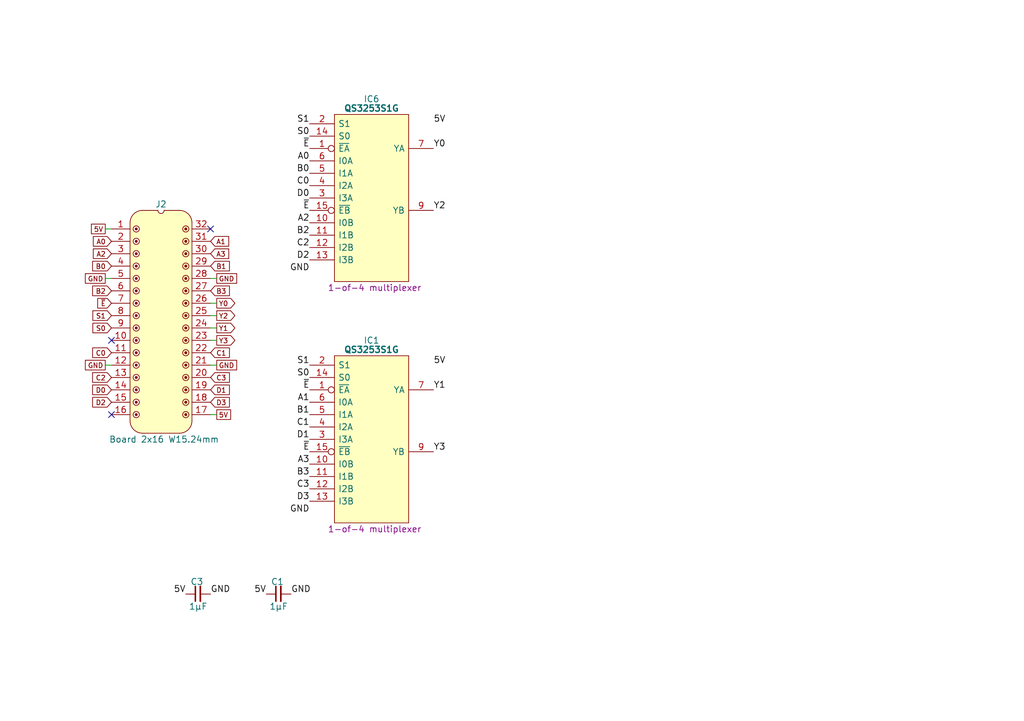
<source format=kicad_sch>
(kicad_sch (version 20250114) (generator "eeschema") (generator_version "9.0")
  (paper "A5")
  (title_block (title "Selector 1-of-4 4bit") (date "2024-03-10") (rev "V0"))
  (lib_symbols
    (symbol "HCP65:Board_02x16_W15.24mm" (pin_names (offset 1.016) (hide yes))
      (property "Reference" "J" (at 0 5.08 0))
      (property "Value" "Board 2x16 W15.24mm" (at 0.635 -43.18 0))
      (symbol "Board_02x16_W15.24mm_0_1"
        (polyline (pts (xy -6.35 1.27) (xy -6.35 -39.37)))
        (arc (start -3.8102 -41.9098) (mid -5.6063 -41.1659) (end -6.3502 -39.3698))
        (arc (start -6.35 1.27) (mid -5.6061 3.0661) (end -3.81 3.81))
        (polyline (pts (xy -3.81 3.81) (xy -0.635 3.81)))
        (arc (start 0.635 3.81) (mid 0 3.175) (end -0.635 3.81))
        (polyline (pts (xy 0.635 3.81) (xy 3.81 3.81)))
        (polyline (pts (xy 3.8098 -41.9098) (xy -3.81 -41.91)))
        (arc (start 3.81 3.81) (mid 5.6061 3.0661) (end 6.35 1.27))
        (arc (start 6.3498 -39.3698) (mid 5.6059 -41.1659) (end 3.8098 -41.9098))
        (polyline (pts (xy 6.35 -39.37) (xy 6.35 1.27)))
      )
      (symbol "Board_02x16_W15.24mm_1_1"
        (polyline (pts (xy -6.35 1.27) (xy -6.096 2.286) (xy -5.588 3.048) (xy -4.826 3.556) (xy -4.064 3.81) (xy -0.762 3.81) (xy -0.508 3.302) (xy 0 3.048) (xy 0 -41.91) (xy -3.81 -41.91) (xy -4.826 -41.656) (xy -5.588 -41.148) (xy -6.096 -40.386) (xy -6.35 -39.37) (xy -6.35 1.27)) (stroke (width -0.0001)) (fill (type background)))
        (circle (center -5.08 0) (radius 0.0001) (stroke (width 0.3)))
        (circle (center -5.08 0) (radius 0.635) (fill (type color) (color 255 255 255 1)))
        (circle (center -5.08 -2.54) (radius 0.0001) (stroke (width 0.3)))
        (circle (center -5.08 -2.54) (radius 0.635) (fill (type color) (color 255 255 255 1)))
        (circle (center -5.08 -5.08) (radius 0.0001) (stroke (width 0.3)))
        (circle (center -5.08 -5.08) (radius 0.635) (fill (type color) (color 255 255 255 1)))
        (circle (center -5.08 -7.62) (radius 0.0001) (stroke (width 0.3)))
        (circle (center -5.08 -7.62) (radius 0.635) (fill (type color) (color 255 255 255 1)))
        (circle (center -5.08 -10.16) (radius 0.0001) (stroke (width 0.3)))
        (circle (center -5.08 -10.16) (radius 0.635) (fill (type color) (color 255 255 255 1)))
        (circle (center -5.08 -12.7) (radius 0.0001) (stroke (width 0.3)))
        (circle (center -5.08 -12.7) (radius 0.635) (fill (type color) (color 255 255 255 1)))
        (circle (center -5.08 -15.24) (radius 0.0001) (stroke (width 0.3)))
        (circle (center -5.08 -15.24) (radius 0.635) (fill (type color) (color 255 255 255 1)))
        (circle (center -5.08 -17.78) (radius 0.0001) (stroke (width 0.3)))
        (circle (center -5.08 -17.78) (radius 0.635) (fill (type color) (color 255 255 255 1)))
        (circle (center -5.08 -20.32) (radius 0.0001) (stroke (width 0.3)))
        (circle (center -5.08 -20.32) (radius 0.635) (fill (type color) (color 255 255 255 1)))
        (circle (center -5.08 -22.86) (radius 0.0001) (stroke (width 0.3)))
        (circle (center -5.08 -22.86) (radius 0.635) (fill (type color) (color 255 255 255 1)))
        (circle (center -5.08 -25.4) (radius 0.0001) (stroke (width 0.3)))
        (circle (center -5.08 -25.4) (radius 0.635) (fill (type color) (color 255 255 255 1)))
        (circle (center -5.08 -27.94) (radius 0.0001) (stroke (width 0.3)))
        (circle (center -5.08 -27.94) (radius 0.635) (fill (type color) (color 255 255 255 1)))
        (circle (center -5.08 -30.48) (radius 0.0001) (stroke (width 0.3)))
        (circle (center -5.08 -30.48) (radius 0.635) (fill (type color) (color 255 255 255 1)))
        (circle (center -5.08 -33.02) (radius 0.0001) (stroke (width 0.3)))
        (circle (center -5.08 -33.02) (radius 0.635) (fill (type color) (color 255 255 255 1)))
        (circle (center -5.08 -35.56) (radius 0.0001) (stroke (width 0.3)))
        (circle (center -5.08 -35.56) (radius 0.635) (fill (type color) (color 255 255 255 1)))
        (circle (center -5.08 -38.1) (radius 0.0001) (stroke (width 0.3)))
        (circle (center -5.08 -38.1) (radius 0.635) (fill (type color) (color 255 255 255 1)))
        (circle (center 5.08 0) (radius 0.0001) (stroke (width 0.3)))
        (circle (center 5.08 0) (radius 0.635) (fill (type color) (color 255 255 255 1)))
        (circle (center 5.08 -2.54) (radius 0.0001) (stroke (width 0.3)))
        (circle (center 5.08 -2.54) (radius 0.635) (fill (type color) (color 255 255 255 1)))
        (circle (center 5.08 -5.08) (radius 0.0001) (stroke (width 0.3)))
        (circle (center 5.08 -5.08) (radius 0.635) (fill (type color) (color 255 255 255 1)))
        (circle (center 5.08 -7.62) (radius 0.0001) (stroke (width 0.3)))
        (circle (center 5.08 -7.62) (radius 0.635) (fill (type color) (color 255 255 255 1)))
        (circle (center 5.08 -10.16) (radius 0.0001) (stroke (width 0.3)))
        (circle (center 5.08 -10.16) (radius 0.635) (fill (type color) (color 255 255 255 1)))
        (circle (center 5.08 -12.7) (radius 0.0001) (stroke (width 0.3)))
        (circle (center 5.08 -12.7) (radius 0.635) (fill (type color) (color 255 255 255 1)))
        (circle (center 5.08 -15.24) (radius 0.0001) (stroke (width 0.3)))
        (circle (center 5.08 -15.24) (radius 0.635) (fill (type color) (color 255 255 255 1)))
        (circle (center 5.08 -17.78) (radius 0.0001) (stroke (width 0.3)))
        (circle (center 5.08 -17.78) (radius 0.635) (fill (type color) (color 255 255 255 1)))
        (circle (center 5.08 -20.32) (radius 0.0001) (stroke (width 0.3)))
        (circle (center 5.08 -20.32) (radius 0.635) (fill (type color) (color 255 255 255 1)))
        (circle (center 5.08 -22.86) (radius 0.0001) (stroke (width 0.3)))
        (circle (center 5.08 -22.86) (radius 0.635) (fill (type color) (color 255 255 255 1)))
        (circle (center 5.08 -25.4) (radius 0.0001) (stroke (width 0.3)))
        (circle (center 5.08 -25.4) (radius 0.635) (fill (type color) (color 255 255 255 1)))
        (circle (center 5.08 -27.94) (radius 0.0001) (stroke (width 0.3)))
        (circle (center 5.08 -27.94) (radius 0.635) (fill (type color) (color 255 255 255 1)))
        (circle (center 5.08 -30.48) (radius 0.0001) (stroke (width 0.3)))
        (circle (center 5.08 -30.48) (radius 0.635) (fill (type color) (color 255 255 255 1)))
        (circle (center 5.08 -33.02) (radius 0.0001) (stroke (width 0.3)))
        (circle (center 5.08 -33.02) (radius 0.635) (fill (type color) (color 255 255 255 1)))
        (circle (center 5.08 -35.56) (radius 0.0001) (stroke (width 0.3)))
        (circle (center 5.08 -35.56) (radius 0.635) (fill (type color) (color 255 255 255 1)))
        (circle (center 5.08 -38.1) (radius 0.0001) (stroke (width 0.3)))
        (circle (center 5.08 -38.1) (radius 0.635) (fill (type color) (color 255 255 255 1)))
        (polyline (pts (xy 6.35 1.27) (xy 6.096 2.286) (xy 5.588 3.048) (xy 4.826 3.556) (xy 4.064 3.81) (xy 0.762 3.81) (xy 0.508 3.302) (xy 0 3.048) (xy 0 -41.91) (xy 3.81 -41.91) (xy 4.826 -41.656) (xy 5.588 -41.148) (xy 6.096 -40.386) (xy 6.35 -39.37) (xy 6.35 1.27)) (stroke (width -0.0001)) (fill (type background)))
        (pin passive line (at -10.16 0 0) (length 3.81) (name "") (number "1"))
        (pin passive line (at -10.16 -2.54 0) (length 3.81) (name "") (number "2"))
        (pin passive line (at -10.16 -5.08 0) (length 3.81) (name "") (number "3"))
        (pin passive line (at -10.16 -7.62 0) (length 3.81) (name "") (number "4"))
        (pin passive line (at -10.16 -10.16 0) (length 3.81) (name "") (number "5"))
        (pin passive line (at -10.16 -12.7 0) (length 3.81) (name "") (number "6"))
        (pin passive line (at -10.16 -15.24 0) (length 3.81) (name "") (number "7"))
        (pin passive line (at -10.16 -17.78 0) (length 3.81) (name "") (number "8"))
        (pin passive line (at -10.16 -20.32 0) (length 3.81) (name "") (number "9"))
        (pin passive line (at -10.16 -22.86 0) (length 3.81) (name "") (number "10"))
        (pin passive line (at -10.16 -25.4 0) (length 3.81) (name "") (number "11"))
        (pin passive line (at -10.16 -27.94 0) (length 3.81) (name "") (number "12"))
        (pin passive line (at -10.16 -30.48 0) (length 3.81) (name "") (number "13"))
        (pin passive line (at -10.16 -33.02 0) (length 3.81) (name "") (number "14"))
        (pin passive line (at -10.16 -35.56 0) (length 3.81) (name "") (number "15"))
        (pin passive line (at -10.16 -38.1 0) (length 3.81) (name "") (number "16"))
        (pin passive line (at 10.16 0 180) (length 3.81) (name "") (number "32"))
        (pin passive line (at 10.16 -2.54 180) (length 3.81) (name "") (number "31"))
        (pin passive line (at 10.16 -5.08 180) (length 3.81) (name "") (number "30"))
        (pin passive line (at 10.16 -7.62 180) (length 3.81) (name "") (number "29"))
        (pin passive line (at 10.16 -10.16 180) (length 3.81) (name "") (number "28"))
        (pin passive line (at 10.16 -12.7 180) (length 3.81) (name "") (number "27"))
        (pin passive line (at 10.16 -15.24 180) (length 3.81) (name "") (number "26"))
        (pin passive line (at 10.16 -17.78 180) (length 3.81) (name "") (number "25"))
        (pin passive line (at 10.16 -20.32 180) (length 3.81) (name "") (number "24"))
        (pin passive line (at 10.16 -22.86 180) (length 3.81) (name "") (number "23"))
        (pin passive line (at 10.16 -25.4 180) (length 3.81) (name "") (number "22"))
        (pin passive line (at 10.16 -27.94 180) (length 3.81) (name "") (number "21"))
        (pin passive line (at 10.16 -30.48 180) (length 3.81) (name "") (number "20"))
        (pin passive line (at 10.16 -33.02 180) (length 3.81) (name "") (number "19"))
        (pin passive line (at 10.16 -35.56 180) (length 3.81) (name "") (number "18"))
        (pin passive line (at 10.16 -38.1 180) (length 3.81) (name "") (number "17"))
      )
    )
    (symbol "HCP65:C_0805" (pin_numbers (hide yes)) (pin_names (offset 0.254) (hide yes))
      (property "Reference" "C" (at 2.286 2.54 0))
      (property "Value" "?μF" (at 2.54 -2.54 0))
      (symbol "C_0805_0_1"
        (polyline (pts (xy 1.9685 -1.4605) (xy 1.9685 1.5875)) (stroke (width 0.3048)))
        (polyline (pts (xy 2.9845 -1.4605) (xy 2.9845 1.5875)) (stroke (width 0.3302)))
      )
      (symbol "C_0805_1_1"
        (pin passive line (at 0 0 0) (length 2.032) (name "~") (number "1"))
        (pin passive line (at 5.08 0 180) (length 2.032) (name "~") (number "2"))
      )
    )
    (symbol "Renesas:QS3253S1G" (pin_names (offset 0.762))
      (property "Reference" "IC" (at 12.7 5.08 0))
      (property "Value" "QS3253S1G" (at 12.7 3.175 0))
      (property "Description" "1-of-4 multiplexer" (at 13.335 -33.655 0))
      (symbol "QS3253S1G_0_0"
        (pin input line (at 0 0 0) (length 5.08) (name "S1") (number "2"))
        (pin input line (at 0 -2.54 0) (length 5.08) (name "S0") (number "14"))
        (pin input line (at 0 -7.62 0) (length 5.08) (name "I0A") (number "6"))
        (pin input line (at 0 -10.16 0) (length 5.08) (name "I1A") (number "5"))
        (pin input line (at 0 -12.7 0) (length 5.08) (name "I2A") (number "4"))
        (pin input line (at 0 -15.24 0) (length 5.08) (name "I3A") (number "3"))
        (pin input line (at 0 -20.32 0) (length 5.08) (name "I0B") (number "10"))
        (pin input line (at 0 -22.86 0) (length 5.08) (name "I1B") (number "11"))
        (pin input line (at 0 -25.4 0) (length 5.08) (name "I2B") (number "12"))
        (pin input line (at 0 -27.94 0) (length 5.08) (name "I3B") (number "13"))
        (pin output line (at 25.4 -5.08 180) (length 5.08) (name "YA") (number "7"))
        (pin output line (at 25.4 -17.78 180) (length 5.08) (name "YB") (number "9"))
      )
      (symbol "QS3253S1G_0_1"
        (polyline (pts (xy 5.08 1.905) (xy 20.32 1.905) (xy 20.32 -32.385) (xy 5.08 -32.385) (xy 5.08 1.905)) (stroke (width 0.1524)) (fill (type background)))
      )
      (symbol "QS3253S1G_1_0"
        (pin input inverted (at 0 -5.08 0) (length 5.08) (name "~{EA}") (number "1"))
        (pin input inverted (at 0 -17.78 0) (length 5.08) (name "~{EB}") (number "15"))
        (pin passive line (at 0 -30.48 0) (length 5.08) (hide yes) (name "GND") (number "8"))
        (pin passive line (at 25.4 0 180) (length 5.08) (hide yes) (name "5V") (number "16"))
      )
    )
  )
  (no_connect (at 22.86 85.09))
  (no_connect (at 22.86 69.85))
  (no_connect (at 43.18 46.99))
  (wire (pts (xy 44.45 64.77) (xy 43.18 64.77)))
  (wire (pts (xy 44.45 67.31) (xy 43.18 67.31)))
  (wire (pts (xy 44.45 85.09) (xy 43.18 85.09)))
  (wire (pts (xy 21.59 74.93) (xy 22.86 74.93)))
  (wire (pts (xy 44.45 57.15) (xy 43.18 57.15)))
  (wire (pts (xy 21.59 46.99) (xy 22.86 46.99)))
  (wire (pts (xy 44.45 62.23) (xy 43.18 62.23)))
  (wire (pts (xy 44.45 74.93) (xy 43.18 74.93)))
  (wire (pts (xy 44.45 69.85) (xy 43.18 69.85)))
  (wire (pts (xy 21.59 57.15) (xy 22.86 57.15)))
  (label "Y3" (at 88.9 92.71 0))
  (label "B1" (at 63.5 85.09 180))
  (label "D3" (at 63.5 102.87 180))
  (label "A2" (at 63.5 45.72 180))
  (label "A0" (at 63.5 33.02 180))
  (label "S1" (at 63.5 74.93 180))
  (label "GND" (at 43.18 121.92 0))
  (label "GND" (at 63.5 55.88 180))
  (label "S0" (at 63.5 27.94 180))
  (label "Y2" (at 88.9 43.18 0))
  (label "~{E}" (at 63.5 80.01 180))
  (label "5V" (at 88.9 74.93 0))
  (label "GND" (at 63.5 105.41 180))
  (label "D2" (at 63.5 53.34 180))
  (label "S1" (at 63.5 25.4 180))
  (label "C0" (at 63.5 38.1 180))
  (label "C1" (at 63.5 87.63 180))
  (label "5V" (at 88.9 25.4 0))
  (label "D0" (at 63.5 40.64 180))
  (label "B3" (at 63.5 97.79 180))
  (label "5V" (at 54.61 121.92 180))
  (label "Y0" (at 88.9 30.48 0))
  (label "A3" (at 63.5 95.25 180))
  (label "A1" (at 63.5 82.55 180))
  (label "S0" (at 63.5 77.47 180))
  (label "C2" (at 63.5 50.8 180))
  (label "B2" (at 63.5 48.26 180))
  (label "~{E}" (at 63.5 30.48 180))
  (label "~{E}" (at 63.5 43.18 180))
  (label "B0" (at 63.5 35.56 180))
  (label "GND" (at 59.69 121.92 0))
  (label "Y1" (at 88.9 80.01 0))
  (label "C3" (at 63.5 100.33 180))
  (label "D1" (at 63.5 90.17 180))
  (label "~{E}" (at 63.5 92.71 180))
  (label "5V" (at 38.1 121.92 180))
  (global_label "Y1" (shape output) (at 44.45 67.31 0) (effects (font (size 1 1))) (property "Intersheetrefs" "${INTERSHEET_REFS}" (effects (hide yes))))
  (global_label "GND" (shape passive) (at 21.59 74.93 180) (effects (font (size 1 1))) (property "Intersheetrefs" "${INTERSHEET_REFS}" (effects (hide yes))))
  (global_label "D1" (shape input) (at 43.18 80.01 0) (effects (font (size 1 1))) (property "Intersheetrefs" "${INTERSHEET_REFS}" (effects (hide yes))))
  (global_label "~{E}" (shape input) (at 22.86 62.23 180) (effects (font (size 1 1))) (property "Intersheetrefs" "${INTERSHEET_REFS}" (effects (hide yes))))
  (global_label "A1" (shape input) (at 43.18 49.53 0) (effects (font (size 1 1))) (property "Intersheetrefs" "${INTERSHEET_REFS}" (effects (hide yes))))
  (global_label "A0" (shape input) (at 22.86 49.53 180) (effects (font (size 1 1))) (property "Intersheetrefs" "${INTERSHEET_REFS}" (effects (hide yes))))
  (global_label "5V" (shape passive) (at 21.59 46.99 180) (effects (font (size 1 1))) (property "Intersheetrefs" "${INTERSHEET_REFS}" (effects (hide yes))))
  (global_label "D2" (shape input) (at 22.86 82.55 180) (effects (font (size 1 1))) (property "Intersheetrefs" "${INTERSHEET_REFS}" (effects (hide yes))))
  (global_label "S0" (shape input) (at 22.86 67.31 180) (effects (font (size 1 1))) (property "Intersheetrefs" "${INTERSHEET_REFS}" (effects (hide yes))))
  (global_label "A3" (shape input) (at 43.18 52.07 0) (effects (font (size 1 1))) (property "Intersheetrefs" "${INTERSHEET_REFS}" (effects (hide yes))))
  (global_label "C2" (shape input) (at 22.86 77.47 180) (effects (font (size 1 1))) (property "Intersheetrefs" "${INTERSHEET_REFS}" (effects (hide yes))))
  (global_label "B1" (shape input) (at 43.18 54.61 0) (effects (font (size 1 1))) (property "Intersheetrefs" "${INTERSHEET_REFS}" (effects (hide yes))))
  (global_label "Y3" (shape output) (at 44.45 69.85 0) (effects (font (size 1 1))) (property "Intersheetrefs" "${INTERSHEET_REFS}" (effects (hide yes))))
  (global_label "S1" (shape input) (at 22.86 64.77 180) (effects (font (size 1 1))) (property "Intersheetrefs" "${INTERSHEET_REFS}" (effects (hide yes))))
  (global_label "C1" (shape input) (at 43.18 72.39 0) (effects (font (size 1 1))) (property "Intersheetrefs" "${INTERSHEET_REFS}" (effects (hide yes))))
  (global_label "Y2" (shape output) (at 44.45 64.77 0) (effects (font (size 1 1))) (property "Intersheetrefs" "${INTERSHEET_REFS}" (effects (hide yes))))
  (global_label "5V" (shape passive) (at 44.45 85.09 0) (effects (font (size 1 1))) (property "Intersheetrefs" "${INTERSHEET_REFS}" (effects (hide yes))))
  (global_label "D3" (shape input) (at 43.18 82.55 0) (effects (font (size 1 1))) (property "Intersheetrefs" "${INTERSHEET_REFS}" (effects (hide yes))))
  (global_label "C0" (shape input) (at 22.86 72.39 180) (effects (font (size 1 1))) (property "Intersheetrefs" "${INTERSHEET_REFS}" (effects (hide yes))))
  (global_label "D0" (shape input) (at 22.86 80.01 180) (effects (font (size 1 1))) (property "Intersheetrefs" "${INTERSHEET_REFS}" (effects (hide yes))))
  (global_label "A2" (shape input) (at 22.86 52.07 180) (effects (font (size 1 1))) (property "Intersheetrefs" "${INTERSHEET_REFS}" (effects (hide yes))))
  (global_label "GND" (shape passive) (at 21.59 57.15 180) (effects (font (size 1 1))) (property "Intersheetrefs" "${INTERSHEET_REFS}" (effects (hide yes))))
  (global_label "B3" (shape input) (at 43.18 59.69 0) (effects (font (size 1 1))) (property "Intersheetrefs" "${INTERSHEET_REFS}" (effects (hide yes))))
  (global_label "GND" (shape passive) (at 44.45 74.93 0) (effects (font (size 1 1))) (property "Intersheetrefs" "${INTERSHEET_REFS}" (effects (hide yes))))
  (global_label "C3" (shape input) (at 43.18 77.47 0) (effects (font (size 1 1))) (property "Intersheetrefs" "${INTERSHEET_REFS}" (effects (hide yes))))
  (global_label "Y0" (shape output) (at 44.45 62.23 0) (effects (font (size 1 1))) (property "Intersheetrefs" "${INTERSHEET_REFS}" (effects (hide yes))))
  (global_label "GND" (shape passive) (at 44.45 57.15 0) (effects (font (size 1 1))) (property "Intersheetrefs" "${INTERSHEET_REFS}" (effects (hide yes))))
  (global_label "B0" (shape input) (at 22.86 54.61 180) (effects (font (size 1 1))) (property "Intersheetrefs" "${INTERSHEET_REFS}" (effects (hide yes))))
  (global_label "B2" (shape input) (at 22.86 59.69 180) (effects (font (size 1 1))) (property "Intersheetrefs" "${INTERSHEET_REFS}" (effects (hide yes))))
  (symbol (lib_id "Renesas:QS3253S1G") (at 63.5 25.4 0) (unit 1)
    (property "Reference" "IC6" (at 76.2 20.32 0))
    (property "Value" "QS3253S1G" (at 76.2 22.225 0) (effects (font (bold yes))))
    (property "Footprint" "SamacSys_Parts:SOIC127P602X173-16N" (effects (hide yes)))
    (property "Datasheet" "https://www.renesas.com/us/en/products/memory-logic/bus-switch/50v-quickswitch/qs3253-high-speed-cmos-quickswitch-dual-41-muxdemux" (effects (hide yes)))
    (property "Description" "1-of-4 multiplexer" (at 76.835 59.055 0))
    (property "Height" "1.727" (effects (hide yes)))
    (property "Manufacturer_Name" "Renesas Electronics" (effects (hide yes)))
    (property "Manufacturer_Part_Number" "QS3253S1G" (effects (hide yes)))
    (property "Silkscreen" "QS3253S" (effects (hide yes)))
    (property "Garbage" "High-Speed CMOS QuickSwitch Dual 4:1 Mux/Demux" (effects (hide yes)))
  )
  (symbol (lib_id "HCP65:C_0805") (at 38.1 121.92 0) (unit 1)
    (property "Reference" "C3" (at 40.386 119.38 0))
    (property "Value" "1μF" (at 40.64 124.46 0))
    (property "Footprint" "SamacSys_Parts:C_0805" (effects (hide yes)))
  )
  (symbol (lib_id "Renesas:QS3253S1G") (at 63.5 74.93 0) (unit 1)
    (property "Reference" "IC1" (at 76.2 69.85 0))
    (property "Value" "QS3253S1G" (at 76.2 71.755 0) (effects (font (bold yes))))
    (property "Footprint" "SamacSys_Parts:SOIC127P602X173-16N" (effects (hide yes)))
    (property "Datasheet" "https://www.renesas.com/us/en/products/memory-logic/bus-switch/50v-quickswitch/qs3253-high-speed-cmos-quickswitch-dual-41-muxdemux" (effects (hide yes)))
    (property "Description" "1-of-4 multiplexer" (at 76.835 108.585 0))
    (property "Height" "1.727" (effects (hide yes)))
    (property "Manufacturer_Name" "Renesas Electronics" (effects (hide yes)))
    (property "Manufacturer_Part_Number" "QS3253S1G" (effects (hide yes)))
    (property "Silkscreen" "QS3253S" (effects (hide yes)))
    (property "Garbage" "High-Speed CMOS QuickSwitch Dual 4:1 Mux/Demux" (effects (hide yes)))
  )
  (symbol (lib_id "HCP65:Board_02x16_W15.24mm") (at 33.02 46.99 0) (unit 1)
    (property "Reference" "J2" (at 33.02 41.91 0))
    (property "Value" "Board 2x16 W15.24mm" (at 33.655 90.17 0))
    (property "Footprint" "SamacSys_Parts:DIP-32_Board_W15.24mm" (effects (hide yes)))
  )
  (symbol (lib_id "HCP65:C_0805") (at 54.61 121.92 0) (unit 1)
    (property "Reference" "C1" (at 56.896 119.38 0))
    (property "Value" "1μF" (at 57.15 124.46 0))
    (property "Footprint" "SamacSys_Parts:C_0805" (effects (hide yes)))
  )
)
</source>
